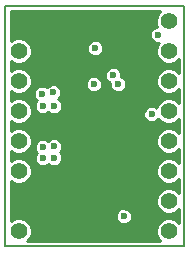
<source format=gbr>
G04 (created by PCBNEW (2013-07-07 BZR 4022)-stable) date 19-01-2014 11:17:57 PM*
%MOIN*%
G04 Gerber Fmt 3.4, Leading zero omitted, Abs format*
%FSLAX34Y34*%
G01*
G70*
G90*
G04 APERTURE LIST*
%ADD10C,0.00590551*%
%ADD11C,0.005*%
%ADD12R,0.0984X0.1701*%
%ADD13C,0.055*%
%ADD14C,0.0236*%
%ADD15C,0.01*%
G04 APERTURE END LIST*
G54D10*
G54D11*
X100Y50D02*
X100Y8050D01*
X6050Y50D02*
X100Y50D01*
X6050Y8050D02*
X6050Y50D01*
X100Y8050D02*
X6050Y8050D01*
G54D12*
X3225Y4075D03*
G54D13*
X5550Y550D03*
X5550Y1550D03*
X5550Y2550D03*
X5550Y3550D03*
X5550Y4550D03*
X5550Y5550D03*
X5550Y6550D03*
X5550Y7550D03*
X550Y550D03*
X550Y1550D03*
X550Y2550D03*
X550Y3550D03*
X550Y4550D03*
X550Y5550D03*
X550Y6550D03*
X550Y7550D03*
G54D14*
X3050Y5450D03*
X2900Y3250D03*
X1864Y7305D03*
X4186Y7287D03*
X3525Y3225D03*
X3200Y5050D03*
X3200Y3450D03*
X2900Y4825D03*
X3200Y3050D03*
X3525Y4050D03*
X3200Y4250D03*
X2900Y4425D03*
X3200Y2650D03*
X3232Y7269D03*
X3525Y4450D03*
X2569Y6649D03*
X5068Y6454D03*
X1852Y5973D03*
X3525Y2875D03*
X3200Y3850D03*
X3450Y900D03*
X3525Y3575D03*
X3525Y2450D03*
X3900Y3800D03*
X2625Y1175D03*
X2900Y4050D03*
X3200Y4650D03*
X2900Y3675D03*
X3900Y4225D03*
X3525Y4875D03*
X1700Y5175D03*
X1325Y5125D03*
X1725Y3000D03*
X1350Y2975D03*
X4975Y4450D03*
X3700Y5750D03*
X3100Y6650D03*
X3865Y5457D03*
X5200Y7100D03*
X4050Y1050D03*
X1725Y4725D03*
X1350Y3350D03*
X1725Y3375D03*
X1350Y4725D03*
G54D10*
G36*
X5875Y826D02*
X5791Y910D01*
X5635Y975D01*
X5466Y975D01*
X5310Y911D01*
X5190Y791D01*
X5125Y635D01*
X5125Y466D01*
X5189Y310D01*
X5274Y225D01*
X4318Y225D01*
X4318Y996D01*
X4318Y1103D01*
X4277Y1202D01*
X4202Y1277D01*
X4133Y1306D01*
X4133Y5403D01*
X4133Y5510D01*
X4092Y5609D01*
X4017Y5684D01*
X3968Y5705D01*
X3968Y5803D01*
X3927Y5902D01*
X3852Y5977D01*
X3754Y6018D01*
X3647Y6018D01*
X3548Y5977D01*
X3473Y5902D01*
X3432Y5804D01*
X3432Y5697D01*
X3473Y5598D01*
X3548Y5523D01*
X3597Y5503D01*
X3597Y5404D01*
X3638Y5305D01*
X3713Y5230D01*
X3811Y5189D01*
X3918Y5189D01*
X4017Y5230D01*
X4092Y5305D01*
X4133Y5403D01*
X4133Y1306D01*
X4104Y1318D01*
X3997Y1318D01*
X3898Y1277D01*
X3823Y1202D01*
X3782Y1104D01*
X3782Y997D01*
X3823Y898D01*
X3898Y823D01*
X3996Y782D01*
X4103Y782D01*
X4202Y823D01*
X4277Y898D01*
X4318Y996D01*
X4318Y225D01*
X3368Y225D01*
X3368Y6596D01*
X3368Y6703D01*
X3327Y6802D01*
X3252Y6877D01*
X3154Y6918D01*
X3047Y6918D01*
X2948Y6877D01*
X2873Y6802D01*
X2832Y6704D01*
X2832Y6597D01*
X2873Y6498D01*
X2948Y6423D01*
X3046Y6382D01*
X3153Y6382D01*
X3252Y6423D01*
X3327Y6498D01*
X3368Y6596D01*
X3368Y225D01*
X3318Y225D01*
X3318Y5396D01*
X3318Y5503D01*
X3277Y5602D01*
X3202Y5677D01*
X3104Y5718D01*
X2997Y5718D01*
X2898Y5677D01*
X2823Y5602D01*
X2782Y5504D01*
X2782Y5397D01*
X2823Y5298D01*
X2898Y5223D01*
X2996Y5182D01*
X3103Y5182D01*
X3202Y5223D01*
X3277Y5298D01*
X3318Y5396D01*
X3318Y225D01*
X1993Y225D01*
X1993Y2946D01*
X1993Y3053D01*
X1952Y3152D01*
X1916Y3188D01*
X1952Y3223D01*
X1993Y3321D01*
X1993Y3428D01*
X1993Y4671D01*
X1993Y4778D01*
X1952Y4877D01*
X1877Y4952D01*
X1862Y4959D01*
X1927Y5023D01*
X1968Y5121D01*
X1968Y5228D01*
X1927Y5327D01*
X1852Y5402D01*
X1754Y5443D01*
X1647Y5443D01*
X1548Y5402D01*
X1487Y5342D01*
X1477Y5352D01*
X1379Y5393D01*
X1272Y5393D01*
X1173Y5352D01*
X1098Y5277D01*
X1057Y5179D01*
X1057Y5072D01*
X1098Y4973D01*
X1158Y4913D01*
X1123Y4877D01*
X1082Y4779D01*
X1082Y4672D01*
X1123Y4573D01*
X1198Y4498D01*
X1296Y4457D01*
X1403Y4457D01*
X1502Y4498D01*
X1537Y4534D01*
X1573Y4498D01*
X1671Y4457D01*
X1778Y4457D01*
X1877Y4498D01*
X1952Y4573D01*
X1993Y4671D01*
X1993Y3428D01*
X1952Y3527D01*
X1877Y3602D01*
X1779Y3643D01*
X1672Y3643D01*
X1573Y3602D01*
X1525Y3554D01*
X1502Y3577D01*
X1404Y3618D01*
X1297Y3618D01*
X1198Y3577D01*
X1123Y3502D01*
X1082Y3404D01*
X1082Y3297D01*
X1123Y3198D01*
X1158Y3163D01*
X1123Y3127D01*
X1082Y3029D01*
X1082Y2922D01*
X1123Y2823D01*
X1198Y2748D01*
X1296Y2707D01*
X1403Y2707D01*
X1502Y2748D01*
X1550Y2796D01*
X1573Y2773D01*
X1671Y2732D01*
X1778Y2732D01*
X1877Y2773D01*
X1952Y2848D01*
X1993Y2946D01*
X1993Y225D01*
X826Y225D01*
X910Y309D01*
X975Y465D01*
X975Y634D01*
X911Y790D01*
X791Y910D01*
X635Y975D01*
X466Y975D01*
X310Y911D01*
X275Y876D01*
X275Y2224D01*
X309Y2190D01*
X465Y2125D01*
X634Y2125D01*
X790Y2189D01*
X910Y2309D01*
X975Y2465D01*
X975Y2634D01*
X911Y2790D01*
X791Y2910D01*
X635Y2975D01*
X466Y2975D01*
X310Y2911D01*
X275Y2876D01*
X275Y3224D01*
X309Y3190D01*
X465Y3125D01*
X634Y3125D01*
X790Y3189D01*
X910Y3309D01*
X975Y3465D01*
X975Y3634D01*
X911Y3790D01*
X791Y3910D01*
X635Y3975D01*
X466Y3975D01*
X310Y3911D01*
X275Y3876D01*
X275Y4224D01*
X309Y4190D01*
X465Y4125D01*
X634Y4125D01*
X790Y4189D01*
X910Y4309D01*
X975Y4465D01*
X975Y4634D01*
X911Y4790D01*
X791Y4910D01*
X635Y4975D01*
X466Y4975D01*
X310Y4911D01*
X275Y4876D01*
X275Y5224D01*
X309Y5190D01*
X465Y5125D01*
X634Y5125D01*
X790Y5189D01*
X910Y5309D01*
X975Y5465D01*
X975Y5634D01*
X911Y5790D01*
X791Y5910D01*
X635Y5975D01*
X466Y5975D01*
X310Y5911D01*
X275Y5876D01*
X275Y6224D01*
X309Y6190D01*
X465Y6125D01*
X634Y6125D01*
X790Y6189D01*
X910Y6309D01*
X975Y6465D01*
X975Y6634D01*
X911Y6790D01*
X791Y6910D01*
X635Y6975D01*
X466Y6975D01*
X310Y6911D01*
X275Y6876D01*
X275Y7875D01*
X5274Y7875D01*
X5190Y7791D01*
X5125Y7635D01*
X5125Y7466D01*
X5165Y7368D01*
X5147Y7368D01*
X5048Y7327D01*
X4973Y7252D01*
X4932Y7154D01*
X4932Y7047D01*
X4973Y6948D01*
X5048Y6873D01*
X5146Y6832D01*
X5231Y6832D01*
X5190Y6791D01*
X5125Y6635D01*
X5125Y6466D01*
X5189Y6310D01*
X5309Y6190D01*
X5465Y6125D01*
X5634Y6125D01*
X5790Y6189D01*
X5875Y6274D01*
X5875Y5826D01*
X5791Y5910D01*
X5635Y5975D01*
X5466Y5975D01*
X5310Y5911D01*
X5190Y5791D01*
X5125Y5635D01*
X5125Y5466D01*
X5189Y5310D01*
X5309Y5190D01*
X5465Y5125D01*
X5634Y5125D01*
X5790Y5189D01*
X5875Y5274D01*
X5875Y4826D01*
X5791Y4910D01*
X5635Y4975D01*
X5466Y4975D01*
X5310Y4911D01*
X5190Y4791D01*
X5137Y4667D01*
X5127Y4677D01*
X5029Y4718D01*
X4922Y4718D01*
X4823Y4677D01*
X4748Y4602D01*
X4707Y4504D01*
X4707Y4397D01*
X4748Y4298D01*
X4823Y4223D01*
X4921Y4182D01*
X5028Y4182D01*
X5127Y4223D01*
X5201Y4298D01*
X5309Y4190D01*
X5465Y4125D01*
X5634Y4125D01*
X5790Y4189D01*
X5875Y4274D01*
X5875Y3826D01*
X5791Y3910D01*
X5635Y3975D01*
X5466Y3975D01*
X5310Y3911D01*
X5190Y3791D01*
X5125Y3635D01*
X5125Y3466D01*
X5189Y3310D01*
X5309Y3190D01*
X5465Y3125D01*
X5634Y3125D01*
X5790Y3189D01*
X5875Y3274D01*
X5875Y2826D01*
X5791Y2910D01*
X5635Y2975D01*
X5466Y2975D01*
X5310Y2911D01*
X5190Y2791D01*
X5125Y2635D01*
X5125Y2466D01*
X5189Y2310D01*
X5309Y2190D01*
X5465Y2125D01*
X5634Y2125D01*
X5790Y2189D01*
X5875Y2274D01*
X5875Y1826D01*
X5791Y1910D01*
X5635Y1975D01*
X5466Y1975D01*
X5310Y1911D01*
X5190Y1791D01*
X5125Y1635D01*
X5125Y1466D01*
X5189Y1310D01*
X5309Y1190D01*
X5465Y1125D01*
X5634Y1125D01*
X5790Y1189D01*
X5875Y1274D01*
X5875Y826D01*
X5875Y826D01*
G37*
G54D15*
X5875Y826D02*
X5791Y910D01*
X5635Y975D01*
X5466Y975D01*
X5310Y911D01*
X5190Y791D01*
X5125Y635D01*
X5125Y466D01*
X5189Y310D01*
X5274Y225D01*
X4318Y225D01*
X4318Y996D01*
X4318Y1103D01*
X4277Y1202D01*
X4202Y1277D01*
X4133Y1306D01*
X4133Y5403D01*
X4133Y5510D01*
X4092Y5609D01*
X4017Y5684D01*
X3968Y5705D01*
X3968Y5803D01*
X3927Y5902D01*
X3852Y5977D01*
X3754Y6018D01*
X3647Y6018D01*
X3548Y5977D01*
X3473Y5902D01*
X3432Y5804D01*
X3432Y5697D01*
X3473Y5598D01*
X3548Y5523D01*
X3597Y5503D01*
X3597Y5404D01*
X3638Y5305D01*
X3713Y5230D01*
X3811Y5189D01*
X3918Y5189D01*
X4017Y5230D01*
X4092Y5305D01*
X4133Y5403D01*
X4133Y1306D01*
X4104Y1318D01*
X3997Y1318D01*
X3898Y1277D01*
X3823Y1202D01*
X3782Y1104D01*
X3782Y997D01*
X3823Y898D01*
X3898Y823D01*
X3996Y782D01*
X4103Y782D01*
X4202Y823D01*
X4277Y898D01*
X4318Y996D01*
X4318Y225D01*
X3368Y225D01*
X3368Y6596D01*
X3368Y6703D01*
X3327Y6802D01*
X3252Y6877D01*
X3154Y6918D01*
X3047Y6918D01*
X2948Y6877D01*
X2873Y6802D01*
X2832Y6704D01*
X2832Y6597D01*
X2873Y6498D01*
X2948Y6423D01*
X3046Y6382D01*
X3153Y6382D01*
X3252Y6423D01*
X3327Y6498D01*
X3368Y6596D01*
X3368Y225D01*
X3318Y225D01*
X3318Y5396D01*
X3318Y5503D01*
X3277Y5602D01*
X3202Y5677D01*
X3104Y5718D01*
X2997Y5718D01*
X2898Y5677D01*
X2823Y5602D01*
X2782Y5504D01*
X2782Y5397D01*
X2823Y5298D01*
X2898Y5223D01*
X2996Y5182D01*
X3103Y5182D01*
X3202Y5223D01*
X3277Y5298D01*
X3318Y5396D01*
X3318Y225D01*
X1993Y225D01*
X1993Y2946D01*
X1993Y3053D01*
X1952Y3152D01*
X1916Y3188D01*
X1952Y3223D01*
X1993Y3321D01*
X1993Y3428D01*
X1993Y4671D01*
X1993Y4778D01*
X1952Y4877D01*
X1877Y4952D01*
X1862Y4959D01*
X1927Y5023D01*
X1968Y5121D01*
X1968Y5228D01*
X1927Y5327D01*
X1852Y5402D01*
X1754Y5443D01*
X1647Y5443D01*
X1548Y5402D01*
X1487Y5342D01*
X1477Y5352D01*
X1379Y5393D01*
X1272Y5393D01*
X1173Y5352D01*
X1098Y5277D01*
X1057Y5179D01*
X1057Y5072D01*
X1098Y4973D01*
X1158Y4913D01*
X1123Y4877D01*
X1082Y4779D01*
X1082Y4672D01*
X1123Y4573D01*
X1198Y4498D01*
X1296Y4457D01*
X1403Y4457D01*
X1502Y4498D01*
X1537Y4534D01*
X1573Y4498D01*
X1671Y4457D01*
X1778Y4457D01*
X1877Y4498D01*
X1952Y4573D01*
X1993Y4671D01*
X1993Y3428D01*
X1952Y3527D01*
X1877Y3602D01*
X1779Y3643D01*
X1672Y3643D01*
X1573Y3602D01*
X1525Y3554D01*
X1502Y3577D01*
X1404Y3618D01*
X1297Y3618D01*
X1198Y3577D01*
X1123Y3502D01*
X1082Y3404D01*
X1082Y3297D01*
X1123Y3198D01*
X1158Y3163D01*
X1123Y3127D01*
X1082Y3029D01*
X1082Y2922D01*
X1123Y2823D01*
X1198Y2748D01*
X1296Y2707D01*
X1403Y2707D01*
X1502Y2748D01*
X1550Y2796D01*
X1573Y2773D01*
X1671Y2732D01*
X1778Y2732D01*
X1877Y2773D01*
X1952Y2848D01*
X1993Y2946D01*
X1993Y225D01*
X826Y225D01*
X910Y309D01*
X975Y465D01*
X975Y634D01*
X911Y790D01*
X791Y910D01*
X635Y975D01*
X466Y975D01*
X310Y911D01*
X275Y876D01*
X275Y2224D01*
X309Y2190D01*
X465Y2125D01*
X634Y2125D01*
X790Y2189D01*
X910Y2309D01*
X975Y2465D01*
X975Y2634D01*
X911Y2790D01*
X791Y2910D01*
X635Y2975D01*
X466Y2975D01*
X310Y2911D01*
X275Y2876D01*
X275Y3224D01*
X309Y3190D01*
X465Y3125D01*
X634Y3125D01*
X790Y3189D01*
X910Y3309D01*
X975Y3465D01*
X975Y3634D01*
X911Y3790D01*
X791Y3910D01*
X635Y3975D01*
X466Y3975D01*
X310Y3911D01*
X275Y3876D01*
X275Y4224D01*
X309Y4190D01*
X465Y4125D01*
X634Y4125D01*
X790Y4189D01*
X910Y4309D01*
X975Y4465D01*
X975Y4634D01*
X911Y4790D01*
X791Y4910D01*
X635Y4975D01*
X466Y4975D01*
X310Y4911D01*
X275Y4876D01*
X275Y5224D01*
X309Y5190D01*
X465Y5125D01*
X634Y5125D01*
X790Y5189D01*
X910Y5309D01*
X975Y5465D01*
X975Y5634D01*
X911Y5790D01*
X791Y5910D01*
X635Y5975D01*
X466Y5975D01*
X310Y5911D01*
X275Y5876D01*
X275Y6224D01*
X309Y6190D01*
X465Y6125D01*
X634Y6125D01*
X790Y6189D01*
X910Y6309D01*
X975Y6465D01*
X975Y6634D01*
X911Y6790D01*
X791Y6910D01*
X635Y6975D01*
X466Y6975D01*
X310Y6911D01*
X275Y6876D01*
X275Y7875D01*
X5274Y7875D01*
X5190Y7791D01*
X5125Y7635D01*
X5125Y7466D01*
X5165Y7368D01*
X5147Y7368D01*
X5048Y7327D01*
X4973Y7252D01*
X4932Y7154D01*
X4932Y7047D01*
X4973Y6948D01*
X5048Y6873D01*
X5146Y6832D01*
X5231Y6832D01*
X5190Y6791D01*
X5125Y6635D01*
X5125Y6466D01*
X5189Y6310D01*
X5309Y6190D01*
X5465Y6125D01*
X5634Y6125D01*
X5790Y6189D01*
X5875Y6274D01*
X5875Y5826D01*
X5791Y5910D01*
X5635Y5975D01*
X5466Y5975D01*
X5310Y5911D01*
X5190Y5791D01*
X5125Y5635D01*
X5125Y5466D01*
X5189Y5310D01*
X5309Y5190D01*
X5465Y5125D01*
X5634Y5125D01*
X5790Y5189D01*
X5875Y5274D01*
X5875Y4826D01*
X5791Y4910D01*
X5635Y4975D01*
X5466Y4975D01*
X5310Y4911D01*
X5190Y4791D01*
X5137Y4667D01*
X5127Y4677D01*
X5029Y4718D01*
X4922Y4718D01*
X4823Y4677D01*
X4748Y4602D01*
X4707Y4504D01*
X4707Y4397D01*
X4748Y4298D01*
X4823Y4223D01*
X4921Y4182D01*
X5028Y4182D01*
X5127Y4223D01*
X5201Y4298D01*
X5309Y4190D01*
X5465Y4125D01*
X5634Y4125D01*
X5790Y4189D01*
X5875Y4274D01*
X5875Y3826D01*
X5791Y3910D01*
X5635Y3975D01*
X5466Y3975D01*
X5310Y3911D01*
X5190Y3791D01*
X5125Y3635D01*
X5125Y3466D01*
X5189Y3310D01*
X5309Y3190D01*
X5465Y3125D01*
X5634Y3125D01*
X5790Y3189D01*
X5875Y3274D01*
X5875Y2826D01*
X5791Y2910D01*
X5635Y2975D01*
X5466Y2975D01*
X5310Y2911D01*
X5190Y2791D01*
X5125Y2635D01*
X5125Y2466D01*
X5189Y2310D01*
X5309Y2190D01*
X5465Y2125D01*
X5634Y2125D01*
X5790Y2189D01*
X5875Y2274D01*
X5875Y1826D01*
X5791Y1910D01*
X5635Y1975D01*
X5466Y1975D01*
X5310Y1911D01*
X5190Y1791D01*
X5125Y1635D01*
X5125Y1466D01*
X5189Y1310D01*
X5309Y1190D01*
X5465Y1125D01*
X5634Y1125D01*
X5790Y1189D01*
X5875Y1274D01*
X5875Y826D01*
M02*

</source>
